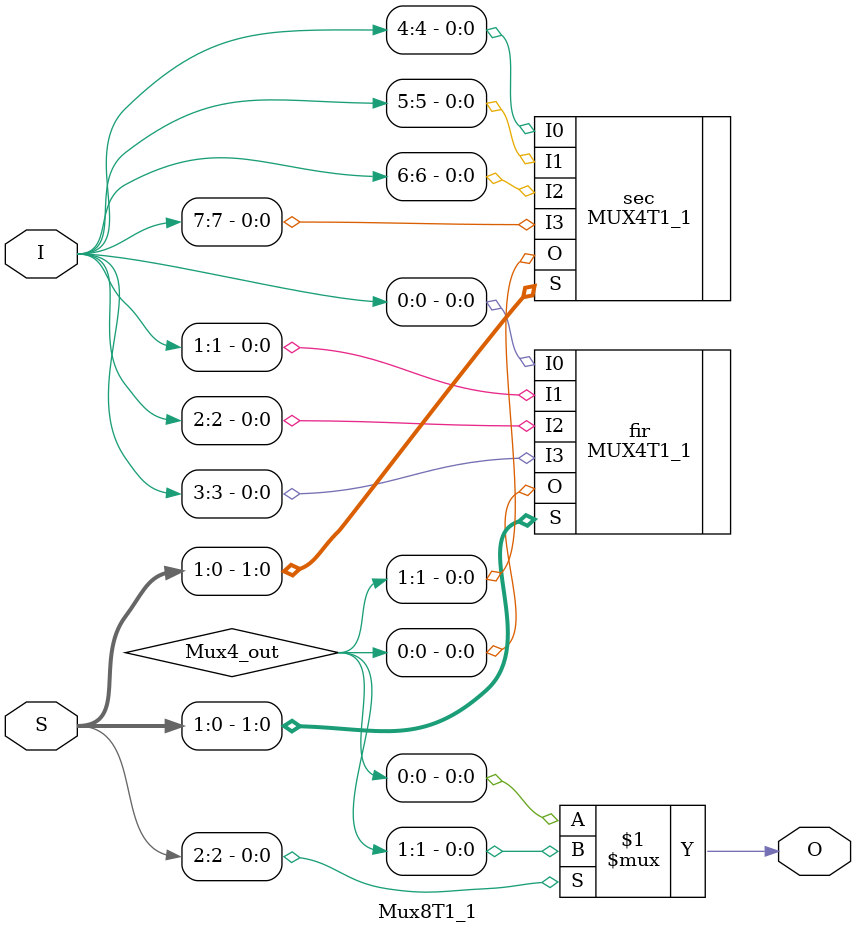
<source format=v>
module Mux8T1_1( 
   input [7:0] I,
   input [2:0] S,
   output O 
);
wire [1:0] Mux4_out;
MUX4T1_1 fir(
   .I0(I[0]),
   .I1(I[1]),
   .I2(I[2]),
   .I3(I[3]),
   .S(S[1:0]),
   .O(Mux4_out[0])
);

MUX4T1_1 sec(
   .I0(I[4]),
   .I1(I[5]),
   .I2(I[6]),
   .I3(I[7]),
   .S(S[1:0]),
   .O(Mux4_out[1])
);


assign O = S[2] ? Mux4_out[1] : Mux4_out[0] ; 
   //your verilog code
   
endmodule

</source>
